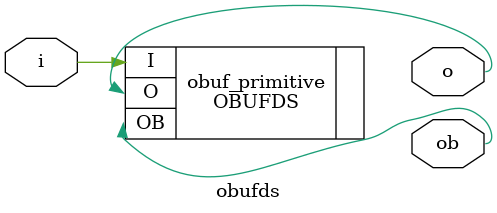
<source format=v>
/**
    "name": "OBUFDS"
    "description": "Differential output buffer on the Artix 7."
    "supportedBoards" : ["Au", "Au+", "AuV2", "PtV2"]
**/
/******************************************************************************

    The MIT License (MIT)

    Copyright (c) 2025 Alchitry

    Permission is hereby granted, free of charge, to any person obtaining a copy
    of this software and associated documentation files (the "Software"), to deal
    in the Software without restriction, including without limitation the rights
    to use, copy, modify, merge, publish, distribute, sublicense, and/or sell
    copies of the Software, and to permit persons to whom the Software is
    furnished to do so, subject to the following conditions:

    The above copyright notice and this permission notice shall be included in
    all copies or substantial portions of the Software.

    THE SOFTWARE IS PROVIDED "AS IS", WITHOUT WARRANTY OF ANY KIND, EXPRESS OR
    IMPLIED, INCLUDING BUT NOT LIMITED TO THE WARRANTIES OF MERCHANTABILITY,
    FITNESS FOR A PARTICULAR PURPOSE AND NONINFRINGEMENT. IN NO EVENT SHALL THE
    AUTHORS OR COPYRIGHT HOLDERS BE LIABLE FOR ANY CLAIM, DAMAGES OR OTHER
    LIABILITY, WHETHER IN AN ACTION OF CONTRACT, TORT OR OTHERWISE, ARISING FROM,
    OUT OF OR IN CONNECTION WITH THE SOFTWARE OR THE USE OR OTHER DEALINGS IN
    THE SOFTWARE.

    *****************************************************************************

    This module wraps the Xilinx OBUFDS primitive to expose it to Lucid.

    See: https://docs.amd.com/r/en-US/ug953-vivado-7series-libraries/OBUFDS
*/
module obufds (
    input i,
    output o,
    output ob
);

    OBUFDS obuf_primitive (.I(i), .O(o), .OB(ob));

endmodule

</source>
